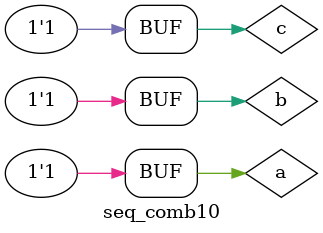
<source format=sv>
module seq_comb10;

// More interleavings between procedural processes
// and continuous assignments. Seems that all tested
// simulators print "111" here.

logic a, b;

wire c = b;

always_comb begin
 $display("a = c");
 a = c;
end

always_comb begin
 $display("b = 1");
 b = 1;
end

initial $monitor("%b%b%b", a, b, c);

endmodule

</source>
